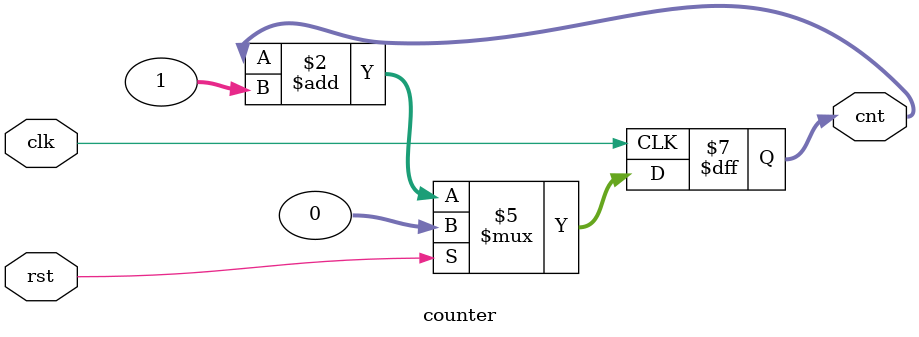
<source format=v>

module counter #(
    parameter COUNTER_WIDTH = 32
) (
    input wire clk,
    input wire rst,
    output reg[COUNTER_WIDTH-1:0] cnt
);

`ifndef INIT_CNT
`define INIT_CNT 0
`endif

initial begin
  cnt = `INIT_CNT;
end

always @(posedge clk) begin
    if (rst)
        cnt <= `INIT_CNT;
    else
        cnt <= cnt + 1;
end

endmodule

</source>
